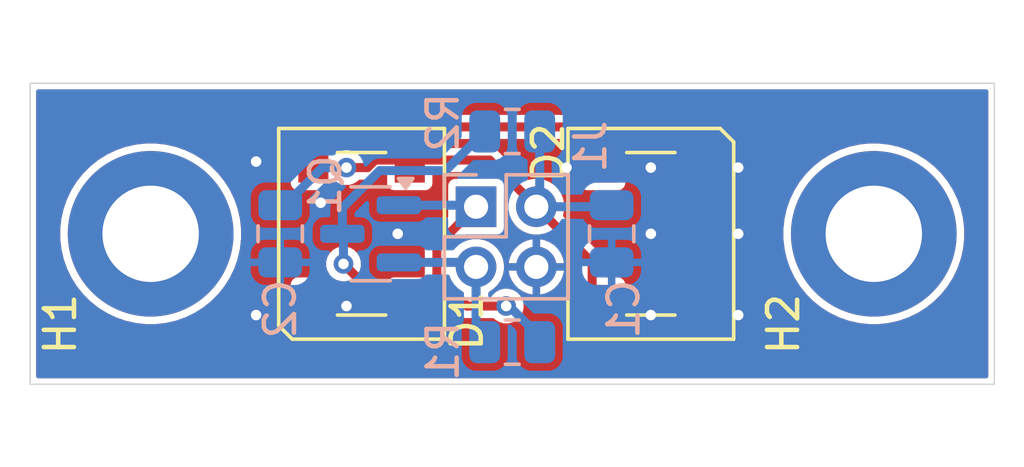
<source format=kicad_pcb>
(kicad_pcb (version 20241229) (generator "pcbnew") (generator_version "9.0")
  (layers (0 "F.Cu" signal) (2 "B.Cu" signal) (13 "F.Paste" user) (15 "B.Paste" user) (5 "F.SilkS" user "F.Silkscreen") (7 "B.SilkS" user "B.Silkscreen") (1 "F.Mask" user) (3 "B.Mask" user) (25 "Edge.Cuts" user))
  (net 0 "")
  (net 1 "GND")
  (net 2 "+5V")
  (net 3 "Net-(D1-DIN)")
  (net 4 "+3V3")
  (net 5 "Net-(D1-DO)")
  (net 13 "/COLON_LED")
  (footprint "LED_SMD:LED_Inolux_IN-PI554FCH_PLCC4_5.0x5.0mm_P3.2mm" (layer "F.Cu") (at 144.6 112 -90)
    (property "Reference" "D2" (at -2.687607 3.404567 90) (layer "F.SilkS"))
    (property "Value" "Inolux_IN-PI554FCH")
    (fp_line (start 3.5 2.75) (end -3.5 2.75) (stroke (width 0.12)) (layer "F.SilkS"))
    (fp_line (start 3.5 2.75) (end 3.5 -2.75) (stroke (width 0.12)) (layer "F.SilkS"))
    (fp_line (start -2.7 -0.8) (end -2.7 0.8) (stroke (width 0.12)) (layer "F.SilkS"))
    (fp_line (start 2.7 -0.8) (end 2.7 0.8) (stroke (width 0.12)) (layer "F.SilkS"))
    (fp_line (start -3.5 -2.3) (end -3.5 2.75) (stroke (width 0.12)) (layer "F.SilkS"))
    (fp_line (start -3.05 -2.75) (end -3.5 -2.3) (stroke (width 0.12)) (layer "F.SilkS"))
    (fp_line (start 3.5 -2.75) (end -3.05 -2.75) (stroke (width 0.12)) (layer "F.SilkS"))
    (pad "1" smd rect (at -2.45 -1.6 270) (size 1.5 1) (layers "F.Cu" "F.Mask" "F.Paste") (net 1 "GND"))
    (pad "2" smd rect (at -2.45 1.6 270) (size 1.5 1) (layers "F.Cu" "F.Mask" "F.Paste") (net 5 "Net-(D1-DO)"))
    (pad "3" smd rect (at 2.45 1.6 270) (size 1.5 1) (layers "F.Cu" "F.Mask" "F.Paste") (net 2 "+5V"))
    (pad "4" smd rect (at 2.45 -1.6 270) (size 1.5 1) (layers "F.Cu" "F.Mask" "F.Paste"))
  )
  (footprint "LED_SMD:LED_Inolux_IN-PI554FCH_PLCC4_5.0x5.0mm_P3.2mm" (layer "F.Cu") (at 135 112 90)
    (property "Reference" "D1" (at -2.9 3.5 90) (layer "F.SilkS"))
    (property "Value" "Inolux_IN-PI554FCH")
    (fp_line (start 3.5 -2.75) (end -3.05 -2.75) (stroke (width 0.12)) (layer "F.SilkS"))
    (fp_line (start -3.05 -2.75) (end -3.5 -2.3) (stroke (width 0.12)) (layer "F.SilkS"))
    (fp_line (start -3.5 -2.3) (end -3.5 2.75) (stroke (width 0.12)) (layer "F.SilkS"))
    (fp_line (start 2.7 -0.8) (end 2.7 0.8) (stroke (width 0.12)) (layer "F.SilkS"))
    (fp_line (start -2.7 -0.8) (end -2.7 0.8) (stroke (width 0.12)) (layer "F.SilkS"))
    (fp_line (start 3.5 2.75) (end 3.5 -2.75) (stroke (width 0.12)) (layer "F.SilkS"))
    (fp_line (start 3.5 2.75) (end -3.5 2.75) (stroke (width 0.12)) (layer "F.SilkS"))
    (pad "1" smd rect (at -2.45 -1.6 90) (size 1.5 1) (layers "F.Cu" "F.Mask" "F.Paste") (net 1 "GND"))
    (pad "2" smd rect (at -2.45 1.6 90) (size 1.5 1) (layers "F.Cu" "F.Mask" "F.Paste") (net 3 "Net-(D1-DIN)"))
    (pad "3" smd rect (at 2.45 1.6 90) (size 1.5 1) (layers "F.Cu" "F.Mask" "F.Paste") (net 2 "+5V"))
    (pad "4" smd rect (at 2.45 -1.6 90) (size 1.5 1) (layers "F.Cu" "F.Mask" "F.Paste") (net 5 "Net-(D1-DO)"))
  )
  (footprint "MountingHole:MountingHole_3.2mm_M3_ISO14580_Pad_TopBottom" (layer "F.Cu") (at 128 112 90)
    (property "Reference" "H1" (at -3 -3 90) (layer "F.SilkS"))
    (property "Value" "MountingHole_Pad")
    (pad "1" thru_hole circle (at 0 0 90) (size 3.6 3.6) (drill 3.2) (layers "*.Cu" "*.Mask"))
    (pad "1" connect circle (at 0 0 90) (size 5.5 5.5) (layers "F.Cu" "F.Mask"))
    (pad "1" connect circle (at 0 0 90) (size 5.5 5.5) (layers "B.Cu" "B.Mask"))
  )
  (footprint "MountingHole:MountingHole_3.2mm_M3_ISO14580_Pad_TopBottom" (layer "F.Cu") (at 152 112 90)
    (property "Reference" "H2" (at -3 -3 90) (layer "F.SilkS"))
    (property "Value" "MountingHole_Pad")
    (pad "1" thru_hole circle (at 0 0 90) (size 3.6 3.6) (drill 3.2) (layers "*.Cu" "*.Mask"))
    (pad "1" connect circle (at 0 0 90) (size 5.5 5.5) (layers "F.Cu" "F.Mask"))
    (pad "1" connect circle (at 0 0 90) (size 5.5 5.5) (layers "B.Cu" "B.Mask"))
  )
  (footprint "Connector_PinHeader_2.00mm:PinHeader_2x02_P2.00mm_Vertical" (layer "B.Cu") (at 138.8 111.1 -90)
    (property "Reference" "J1" (at -2 -3.8 90) (layer "B.SilkS") (effects (justify mirror)))
    (property "Value" "COL_CONN")
    (fp_line (start -1.06 1.06) (end 0 1.06) (stroke (width 0.12)) (layer "B.SilkS"))
    (fp_line (start 1 1.06) (end 3.06 1.06) (stroke (width 0.12)) (layer "B.SilkS"))
    (fp_line (start 3.06 1.06) (end 3.06 -3.06) (stroke (width 0.12)) (layer "B.SilkS"))
    (fp_line (start -1.06 0) (end -1.06 1.06) (stroke (width 0.12)) (layer "B.SilkS"))
    (fp_line (start -1.06 -1) (end 1 -1) (stroke (width 0.12)) (layer "B.SilkS"))
    (fp_line (start -1.06 -1) (end -1.06 -3.06) (stroke (width 0.12)) (layer "B.SilkS"))
    (fp_line (start 1 -1) (end 1 1.06) (stroke (width 0.12)) (layer "B.SilkS"))
    (fp_line (start -1.06 -3.06) (end 3.06 -3.06) (stroke (width 0.12)) (layer "B.SilkS"))
    (pad "1" thru_hole rect (at 0 0 270) (size 1.35 1.35) (drill 0.8) (layers "*.Cu" "*.Mask") (net 4 "+3V3"))
    (pad "2" thru_hole oval (at 2 0 270) (size 1.35 1.35) (drill 0.8) (layers "*.Cu" "*.Mask") (net 13 "/COLON_LED"))
    (pad "3" thru_hole oval (at 0 -2 270) (size 1.35 1.35) (drill 0.8) (layers "*.Cu" "*.Mask") (net 2 "+5V"))
    (pad "4" thru_hole oval (at 2 -2 270) (size 1.35 1.35) (drill 0.8) (layers "*.Cu" "*.Mask") (net 1 "GND"))
  )
  (footprint "Resistor_SMD:R_0805_2012Metric" (layer "B.Cu") (at 140 108.6 180)
    (property "Reference" "R2" (at 2.3 0.3 90) (layer "B.SilkS") (effects (justify mirror)))
    (property "Value" "10k")
    (fp_line (start -0.227064 0.735) (end 0.227064 0.735) (stroke (width 0.12)) (layer "B.SilkS"))
    (fp_line (start -0.227064 -0.735) (end 0.227064 -0.735) (stroke (width 0.12)) (layer "B.SilkS"))
    (pad "1" smd roundrect (at -0.9125 0 180) (size 1.025 1.4) (layers "B.Cu" "B.Mask" "B.Paste") (roundrect_rratio 0.243902) (net 2 "+5V"))
    (pad "2" smd roundrect (at 0.9125 0 180) (size 1.025 1.4) (layers "B.Cu" "B.Mask" "B.Paste") (roundrect_rratio 0.243902) (net 3 "Net-(D1-DIN)"))
  )
  (footprint "Package_TO_SOT_SMD:SOT-23" (layer "B.Cu") (at 135.3 112 180)
    (property "Reference" "Q1" (at 1.5 1.6 90) (layer "B.SilkS") (effects (justify mirror)))
    (property "Value" "BSS138")
    (fp_line (start 0 1.56) (end 0.65 1.56) (stroke (width 0.12)) (layer "B.SilkS"))
    (fp_line (start 0 1.56) (end -0.65 1.56) (stroke (width 0.12)) (layer "B.SilkS"))
    (fp_line (start 0 -1.56) (end 0.65 -1.56) (stroke (width 0.12)) (layer "B.SilkS"))
    (fp_line (start 0 -1.56) (end -0.65 -1.56) (stroke (width 0.12)) (layer "B.SilkS"))
    (fp_poly (pts (xy -1.1625 1.51) (xy -1.4025 1.84) (xy -0.9225 1.84) (xy -1.1625 1.51)) (stroke (width 0.12)) (fill yes) (layer "B.SilkS"))
    (pad "1" smd roundrect (at -0.9375 0.95 180) (size 1.475 0.6) (layers "B.Cu" "B.Mask" "B.Paste") (net 4 "+3V3"))
    (pad "2" smd roundrect (at -0.9375 -0.95 180) (size 1.475 0.6) (layers "B.Cu" "B.Mask" "B.Paste") (net 13 "/COLON_LED"))
    (pad "3" smd roundrect (at 0.9375 0 180) (size 1.475 0.6) (layers "B.Cu" "B.Mask" "B.Paste") (net 3 "Net-(D1-DIN)"))
  )
  (footprint "Capacitor_SMD:C_0805_2012Metric" (layer "B.Cu") (at 143.3 112 -90)
    (property "Reference" "C1" (at 2.5 -0.4 90) (layer "B.SilkS") (effects (justify mirror)))
    (property "Value" "100n")
    (fp_line (start -0.261252 0.735) (end 0.261252 0.735) (stroke (width 0.12)) (layer "B.SilkS"))
    (fp_line (start -0.261252 -0.735) (end 0.261252 -0.735) (stroke (width 0.12)) (layer "B.SilkS"))
    (pad "1" smd roundrect (at -0.95 0 270) (size 1 1.45) (layers "B.Cu" "B.Mask" "B.Paste") (net 2 "+5V"))
    (pad "2" smd roundrect (at 0.95 0 270) (size 1 1.45) (layers "B.Cu" "B.Mask" "B.Paste") (net 1 "GND"))
  )
  (footprint "Resistor_SMD:R_0805_2012Metric" (layer "B.Cu") (at 140 115.6 180)
    (property "Reference" "R1" (at 2.3 -0.3 90) (layer "B.SilkS") (effects (justify mirror)))
    (property "Value" "10k")
    (fp_line (start -0.227064 0.735) (end 0.227064 0.735) (stroke (width 0.12)) (layer "B.SilkS"))
    (fp_line (start -0.227064 -0.735) (end 0.227064 -0.735) (stroke (width 0.12)) (layer "B.SilkS"))
    (pad "1" smd roundrect (at -0.9125 0 180) (size 1.025 1.4) (layers "B.Cu" "B.Mask" "B.Paste") (roundrect_rratio 0.243902) (net 4 "+3V3"))
    (pad "2" smd roundrect (at 0.9125 0 180) (size 1.025 1.4) (layers "B.Cu" "B.Mask" "B.Paste") (roundrect_rratio 0.243902) (net 13 "/COLON_LED"))
  )
  (footprint "Capacitor_SMD:C_0805_2012Metric" (layer "B.Cu") (at 132.3 112 -90)
    (property "Reference" "C2" (at 2.5 0 90) (layer "B.SilkS") (effects (justify mirror)))
    (property "Value" "100n")
    (fp_line (start -0.261252 0.735) (end 0.261252 0.735) (stroke (width 0.12)) (layer "B.SilkS"))
    (fp_line (start -0.261252 -0.735) (end 0.261252 -0.735) (stroke (width 0.12)) (layer "B.SilkS"))
    (pad "1" smd roundrect (at -0.95 0 270) (size 1 1.45) (layers "B.Cu" "B.Mask" "B.Paste") (net 2 "+5V"))
    (pad "2" smd roundrect (at 0.95 0 270) (size 1 1.45) (layers "B.Cu" "B.Mask" "B.Paste") (net 1 "GND"))
  )
  (gr_rect (start 124 107) (end 156 117) (stroke (width 0.05)) (fill no) (layer "Edge.Cuts"))
  (via (at 144.6 112) (size 0.65) (drill 0.35) (layers "F.Cu" "B.Cu") (net 1))
  (via (at 131.5 114.7) (size 0.65) (drill 0.35) (layers "F.Cu" "B.Cu") (net 1))
  (via (at 147.5 114.7) (size 0.65) (drill 0.35) (layers "F.Cu" "B.Cu") (net 1))
  (via (at 131.5 109.6) (size 0.65) (drill 0.35) (layers "F.Cu" "B.Cu") (net 1))
  (via (at 141.8 109.8) (size 0.65) (drill 0.35) (layers "F.Cu" "B.Cu") (net 1))
  (via (at 133.642998 110.968451) (size 0.65) (drill 0.35) (layers "F.Cu" "B.Cu") (net 1))
  (via (at 136.2 112) (size 0.65) (drill 0.35) (layers "F.Cu" "B.Cu") (net 1))
  (via (at 147.5 109.8) (size 0.65) (drill 0.35) (layers "F.Cu" "B.Cu") (net 1))
  (via (at 144.6 114.7) (size 0.65) (drill 0.35) (layers "F.Cu" "B.Cu") (net 1))
  (via (at 134.5 114.4) (size 0.65) (drill 0.35) (layers "F.Cu" "B.Cu") (net 1))
  (via (at 144.6 109.8) (size 0.65) (drill 0.35) (layers "F.Cu" "B.Cu") (net 1))
  (via (at 147.5 112) (size 0.65) (drill 0.35) (layers "F.Cu" "B.Cu") (net 1))
  (segment (start 135.2 109.8) (end 135.45 109.55) (width 0.3) (layer "F.Cu") (net 2))
  (segment (start 134.5 109.8) (end 135.2 109.8) (width 0.3) (layer "F.Cu") (net 2))
  (segment (start 142.653169 114.103169) (end 143 114.45) (width 0.3) (layer "F.Cu") (net 2))
  (segment (start 136.6 109.55) (end 139.25 109.55) (width 0.3) (layer "F.Cu") (net 2))
  (segment (start 135.45 109.55) (end 136.6 109.55) (width 0.3) (layer "F.Cu") (net 2))
  (segment (start 140.8 111.1) (end 142.653169 112.953169) (width 0.3) (layer "F.Cu") (net 2))
  (segment (start 142.653169 112.953169) (end 142.653169 114.103169) (width 0.3) (layer "F.Cu") (net 2))
  (segment (start 139.25 109.55) (end 140.8 111.1) (width 0.3) (layer "F.Cu") (net 2))
  (via (at 134.5 109.8) (size 0.65) (drill 0.35) (layers "F.Cu" "B.Cu") (net 2))
  (segment (start 133.7 109.8) (end 132.45 111.05) (width 0.3) (layer "B.Cu") (net 2))
  (segment (start 132.45 111.05) (end 132.3 111.05) (width 0.3) (layer "B.Cu") (net 2))
  (segment (start 134.5 109.8) (end 133.7 109.8) (width 0.3) (layer "B.Cu") (net 2))
  (segment (start 140.9125 108.6) (end 140.9125 110.9875) (width 0.3) (layer "B.Cu") (net 2))
  (segment (start 140.9125 110.9875) (end 140.8 111.1) (width 0.3) (layer "B.Cu") (net 2))
  (segment (start 140.8 111.1) (end 143.25 111.1) (width 0.3) (layer "B.Cu") (net 2))
  (segment (start 143.25 111.1) (end 143.3 111.05) (width 0.3) (layer "B.Cu") (net 2))
  (segment (start 135.85 114.45) (end 134.4 113) (width 0.3) (layer "F.Cu") (net 3))
  (segment (start 136.6 114.45) (end 135.85 114.45) (width 0.3) (layer "F.Cu") (net 3))
  (via (at 134.4 113) (size 0.65) (drill 0.35) (layers "F.Cu" "B.Cu") (net 3))
  (segment (start 134.4 113) (end 134.4 112.0375) (width 0.3) (layer "B.Cu") (net 3))
  (segment (start 137.7875 109.9) (end 139.0875 108.6) (width 0.3) (layer "B.Cu") (net 3))
  (segment (start 134.4 112.0375) (end 134.3625 112) (width 0.3) (layer "B.Cu") (net 3))
  (segment (start 134.3625 111.1375) (end 135.6 109.9) (width 0.3) (layer "B.Cu") (net 3))
  (segment (start 134.3625 112) (end 134.3625 111.1375) (width 0.3) (layer "B.Cu") (net 3))
  (segment (start 135.6 109.9) (end 137.7875 109.9) (width 0.3) (layer "B.Cu") (net 3))
  (segment (start 137.5 113.4) (end 137.5 112.4) (width 0.3) (layer "F.Cu") (net 4))
  (segment (start 138.5 114.4) (end 137.5 113.4) (width 0.3) (layer "F.Cu") (net 4))
  (segment (start 137.5 112.4) (end 138.8 111.1) (width 0.3) (layer "F.Cu") (net 4))
  (segment (start 139.8 114.4) (end 138.5 114.4) (width 0.3) (layer "F.Cu") (net 4))
  (via (at 139.8 114.4) (size 0.65) (drill 0.35) (layers "F.Cu" "B.Cu") (net 4))
  (segment (start 140.9125 115.418444) (end 140.9125 115.6) (width 0.3) (layer "B.Cu") (net 4))
  (segment (start 136.2375 111.05) (end 138.75 111.05) (width 0.3) (layer "B.Cu") (net 4))
  (segment (start 139.894056 114.4) (end 140.9125 115.418444) (width 0.3) (layer "B.Cu") (net 4))
  (segment (start 139.8 114.4) (end 139.894056 114.4) (width 0.3) (layer "B.Cu") (net 4))
  (segment (start 138.75 111.05) (end 138.8 111.1) (width 0.3) (layer "B.Cu") (net 4))
  (segment (start 134.251933 108.449) (end 133.700933 109) (width 0.3) (layer "F.Cu") (net 5))
  (segment (start 143 109.3) (end 142.149 108.449) (width 0.3) (layer "F.Cu") (net 5))
  (segment (start 143 109.55) (end 143 109.3) (width 0.3) (layer "F.Cu") (net 5))
  (segment (start 142.149 108.449) (end 134.251933 108.449) (width 0.3) (layer "F.Cu") (net 5))
  (segment (start 133.700933 109) (end 133.5 109) (width 0.3) (layer "F.Cu") (net 5))
  (segment (start 138.8 115.3125) (end 139.0875 115.6) (width 0.3) (layer "B.Cu") (net 13))
  (segment (start 136.2375 112.95) (end 138.65 112.95) (width 0.3) (layer "B.Cu") (net 13))
  (segment (start 138.8 113.1) (end 138.8 115.3125) (width 0.3) (layer "B.Cu") (net 13))
  (segment (start 138.65 112.95) (end 138.8 113.1) (width 0.3) (layer "B.Cu") (net 13))
  (zone (net 1) (net_name "GND") (layers "F.Cu" "B.Cu") (name "GND_Plane") (connect_pads (clearance 0.2)) (min_thickness 0.127) (fill yes (thermal_gap 0.25) (thermal_bridge_width 0.25))
    (polygon (pts (xy 123 117.7) (xy 157 117.7) (xy 157 106.5) (xy 123 106.5)))
  )
)
</source>
